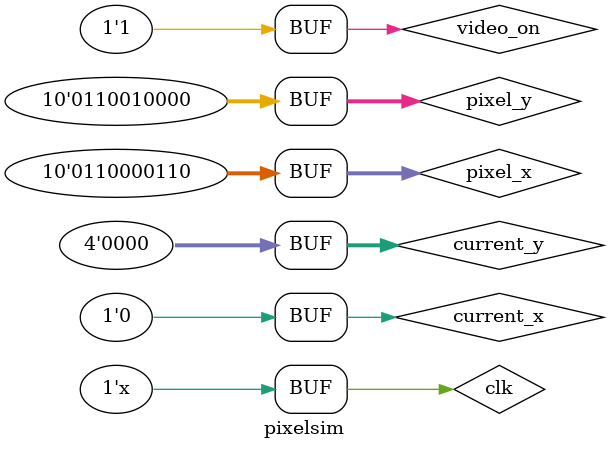
<source format=v>
`timescale 1ns / 1ps


module pixelsim;

	// Inputs
	reg [9:0] pixel_x;
	reg [9:0] pixel_y;
	reg video_on;
	reg clk;
	reg [3:0] GMdata;
	reg [7:0] GMaddress;
	reg [3:0] currrent_x,current_y;

	// Outputs
	wire [11:0] rgb;
	wire request;

	// Instantiate the Unit Under Test (UUT)
	pixelgenerater uut (
		.pixel_x(pixel_x), 
		.pixel_y(pixel_y), 
		.video_on(video_on), 
		.rgb(rgb), 
		.clk(clk), 
		.request(request), 
		.GMdata(GMdata), 
		.GMaddress(GMaddress),
		.current_x(current_x),
		.current_y(current_y)
	);
	always begin
		#10;
		clk=~clk;
	end
	initial begin
		// Initialize Inputs
		pixel_x = 0;
		pixel_y = 0;
		video_on = 0;
		clk = 0;
		GMdata = 4'h9;
		GMaddress = 0;
		current_x=10;
		current_y=0;

		#10;
		video_on=1;
		#20;
		video_on=0;
		pixel_y=480;
		#1000;
		// for(pixel_y=0;pixel_y<600;pixel_y=pixel_y+80)
		// 	for(pixel_x=0;pixel_x<800;pixel_x=pixel_x+100)begin
		// 		if(pixel_x<640&pixel_y<480)video_on=1;
		// 			else video_on=0;
		// 		#20;
		// 	end
		pixel_y=80;
		for(pixel_x=160;pixel_x<390;pixel_x=pixel_x+1)begin
			if(pixel_x<640&pixel_y<480)video_on=1;
				else video_on=0;
			#20;
		end
		for(pixel_y=80;pixel_y<400;pixel_y=pixel_y+1)begin
				if(pixel_x<640&pixel_y<480)video_on=1;
					else video_on=0;
				#20;
			end
	end
	integer i;
    always @(posedge request)
		for(i=0;i<=15;i=i+1)begin
			GMaddress=i;
			GMdata=8+i%8;
			#20;
		end
endmodule


</source>
